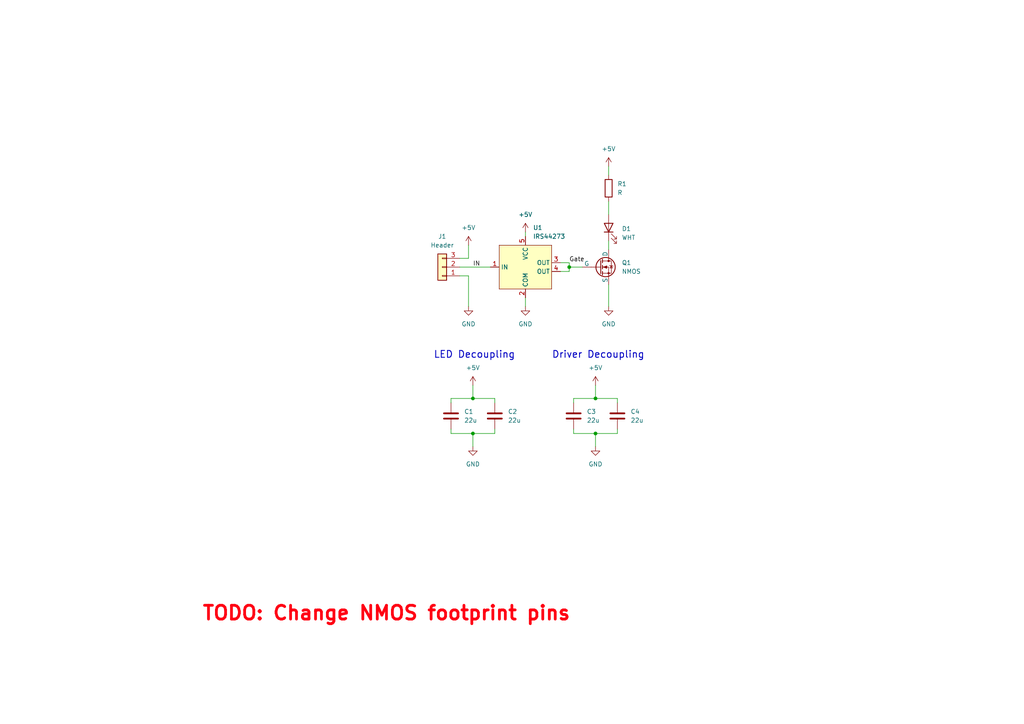
<source format=kicad_sch>
(kicad_sch (version 20230121) (generator eeschema)
  (paper "A4")
  (lib_symbols
    (symbol "Connector_Generic:Conn_01x03" (pin_names (offset 1.016) hide)
      (property "Reference" "J" (at 0 5.08 0))
      (property "Value" "Conn_01x03" (at 0 -5.08 0))
      (symbol "Conn_01x03_1_1"
        (rectangle (start -1.27 -2.413) (end 0 -2.667) (stroke (width 0.1524)))
        (rectangle (start -1.27 0.127) (end 0 -0.127) (stroke (width 0.1524)))
        (rectangle (start -1.27 2.667) (end 0 2.413) (stroke (width 0.1524)))
        (rectangle (start -1.27 3.81) (end 1.27 -3.81) (stroke (width 0.254)) (fill (type background)))
        (pin passive line (at -5.08 2.54 0) (length 3.81) (name "Pin_1") (number "1"))
        (pin passive line (at -5.08 0 0) (length 3.81) (name "Pin_2") (number "2"))
        (pin passive line (at -5.08 -2.54 0) (length 3.81) (name "Pin_3") (number "3"))
      )
    )
    (symbol "Device:C" (pin_numbers hide) (pin_names (offset 0.254))
      (property "Reference" "C" (at 0.635 2.54 0))
      (property "Value" "C" (at 0.635 -2.54 0))
      (symbol "C_0_1"
        (polyline (pts (xy -2.032 -0.762) (xy 2.032 -0.762)) (stroke (width 0.508)))
        (polyline (pts (xy -2.032 0.762) (xy 2.032 0.762)) (stroke (width 0.508)))
      )
      (symbol "C_1_1"
        (pin passive line (at 0 3.81 270) (length 2.794) (name "~") (number "1"))
        (pin passive line (at 0 -3.81 90) (length 2.794) (name "~") (number "2"))
      )
    )
    (symbol "Device:LED" (pin_numbers hide) (pin_names (offset 1.016) hide)
      (property "Reference" "D" (at 0 2.54 0))
      (property "Value" "LED" (at 0 -2.54 0))
      (symbol "LED_0_1"
        (polyline (pts (xy -1.27 -1.27) (xy -1.27 1.27)) (stroke (width 0.254)))
        (polyline (pts (xy -1.27 0) (xy 1.27 0)))
        (polyline (pts (xy 1.27 -1.27) (xy 1.27 1.27) (xy -1.27 0) (xy 1.27 -1.27)) (stroke (width 0.254)))
        (polyline (pts (xy -3.048 -0.762) (xy -4.572 -2.286) (xy -3.81 -2.286) (xy -4.572 -2.286) (xy -4.572 -1.524)))
        (polyline (pts (xy -1.778 -0.762) (xy -3.302 -2.286) (xy -2.54 -2.286) (xy -3.302 -2.286) (xy -3.302 -1.524)))
      )
      (symbol "LED_1_1"
        (pin passive line (at -3.81 0 0) (length 2.54) (name "K") (number "1"))
        (pin passive line (at 3.81 0 180) (length 2.54) (name "A") (number "2"))
      )
    )
    (symbol "Device:R" (pin_numbers hide) (pin_names (offset 0))
      (property "Reference" "R" (at 2.032 0 90))
      (property "Value" "R" (at 0 0 90))
      (symbol "R_0_1"
        (rectangle (start -1.016 -2.54) (end 1.016 2.54) (stroke (width 0.254)))
      )
      (symbol "R_1_1"
        (pin passive line (at 0 3.81 270) (length 1.27) (name "~") (number "1"))
        (pin passive line (at 0 -3.81 90) (length 1.27) (name "~") (number "2"))
      )
    )
    (symbol "Simulation_SPICE:NMOS" (pin_numbers hide) (pin_names (offset 0))
      (property "Reference" "Q" (at 5.08 1.27 0))
      (property "Value" "NMOS" (at 5.08 -1.27 0))
      (symbol "NMOS_0_1"
        (polyline (pts (xy 0.254 0) (xy -2.54 0)))
        (polyline (pts (xy 0.254 1.905) (xy 0.254 -1.905)) (stroke (width 0.254)))
        (polyline (pts (xy 0.762 -1.27) (xy 0.762 -2.286)) (stroke (width 0.254)))
        (polyline (pts (xy 0.762 0.508) (xy 0.762 -0.508)) (stroke (width 0.254)))
        (polyline (pts (xy 0.762 2.286) (xy 0.762 1.27)) (stroke (width 0.254)))
        (polyline (pts (xy 2.54 2.54) (xy 2.54 1.778)))
        (polyline (pts (xy 2.54 -2.54) (xy 2.54 0) (xy 0.762 0)))
        (polyline (pts (xy 0.762 -1.778) (xy 3.302 -1.778) (xy 3.302 1.778) (xy 0.762 1.778)))
        (polyline (pts (xy 1.016 0) (xy 2.032 0.381) (xy 2.032 -0.381) (xy 1.016 0)) (fill (type outline)))
        (polyline (pts (xy 2.794 0.508) (xy 2.921 0.381) (xy 3.683 0.381) (xy 3.81 0.254)))
        (polyline (pts (xy 3.302 0.381) (xy 2.921 -0.254) (xy 3.683 -0.254) (xy 3.302 0.381)))
        (circle (center 1.651 0) (radius 2.794) (stroke (width 0.254)))
        (circle (center 2.54 -1.778) (radius 0.254) (fill (type outline)))
        (circle (center 2.54 1.778) (radius 0.254) (fill (type outline)))
      )
      (symbol "NMOS_1_1"
        (pin passive line (at 2.54 5.08 270) (length 2.54) (name "D") (number "1"))
        (pin input line (at -5.08 0 0) (length 2.54) (name "G") (number "2"))
        (pin passive line (at 2.54 -5.08 90) (length 2.54) (name "S") (number "3"))
      )
    )
    (symbol "duckweed-light:IRS44273LTRPBF"
      (property "Reference" "U" (at 6.35 11.43 0))
      (property "Value" "IRS44273" (at 6.35 8.89 0))
      (symbol "IRS44273LTRPBF_1_1"
        (rectangle (start -7.62 6.35) (end 7.62 -6.35) (fill (type background)))
        (pin input line (at -10.16 0 0) (length 2.54) (name "IN") (number "1"))
        (pin power_in line (at 0 -8.89 90) (length 2.54) (name "COM") (number "2"))
        (pin output line (at 10.16 1.27 180) (length 2.54) (name "OUT") (number "3"))
        (pin output line (at 10.16 -1.27 180) (length 2.54) (name "OUT") (number "4"))
        (pin power_in line (at 0 8.89 270) (length 2.54) (name "VCC") (number "5"))
      )
    )
    (symbol "power:+5V" (power) (pin_names (offset 0))
      (property "Value" "+5V" (at 0 3.556 0))
      (symbol "+5V_0_1"
        (polyline (pts (xy -0.762 1.27) (xy 0 2.54)))
        (polyline (pts (xy 0 0) (xy 0 2.54)))
        (polyline (pts (xy 0 2.54) (xy 0.762 1.27)))
      )
      (symbol "+5V_1_1"
        (pin power_in line (at 0 0 90) (length 0) hide (name "+5V") (number "1"))
      )
    )
    (symbol "power:GND" (power) (pin_names (offset 0))
      (property "Value" "GND" (at 0 -3.81 0))
      (symbol "GND_0_1"
        (polyline (pts (xy 0 0) (xy 0 -1.27) (xy 1.27 -1.27) (xy 0 -2.54) (xy -1.27 -1.27) (xy 0 -1.27)))
      )
      (symbol "GND_1_1"
        (pin power_in line (at 0 0 270) (length 0) hide (name "GND") (number "1"))
      )
    )
  )
  (junction (at 172.72 125.73))
  (junction (at 137.16 115.57))
  (junction (at 137.16 125.73))
  (junction (at 172.72 115.57))
  (junction (at 165.1 77.47))
  (wire (pts (xy 172.72 125.73) (xy 172.72 129.54)))
  (wire (pts (xy 166.37 115.57) (xy 166.37 116.84)))
  (wire (pts (xy 143.51 124.46) (xy 143.51 125.73)))
  (wire (pts (xy 162.56 76.2) (xy 165.1 76.2)))
  (wire (pts (xy 130.81 115.57) (xy 137.16 115.57)))
  (wire (pts (xy 165.1 77.47) (xy 168.91 77.47)))
  (wire (pts (xy 172.72 111.76) (xy 172.72 115.57)))
  (wire (pts (xy 133.35 77.47) (xy 142.24 77.47)))
  (wire (pts (xy 176.53 69.85) (xy 176.53 72.39)))
  (wire (pts (xy 152.4 86.36) (xy 152.4 88.9)))
  (wire (pts (xy 137.16 111.76) (xy 137.16 115.57)))
  (wire (pts (xy 172.72 115.57) (xy 179.07 115.57)))
  (wire (pts (xy 135.89 71.12) (xy 135.89 74.93)))
  (wire (pts (xy 162.56 78.74) (xy 165.1 78.74)))
  (wire (pts (xy 179.07 125.73) (xy 172.72 125.73)))
  (wire (pts (xy 176.53 48.26) (xy 176.53 50.8)))
  (wire (pts (xy 135.89 80.01) (xy 135.89 88.9)))
  (wire (pts (xy 130.81 115.57) (xy 130.81 116.84)))
  (wire (pts (xy 130.81 124.46) (xy 130.81 125.73)))
  (wire (pts (xy 137.16 125.73) (xy 137.16 129.54)))
  (wire (pts (xy 166.37 125.73) (xy 172.72 125.73)))
  (wire (pts (xy 165.1 76.2) (xy 165.1 77.47)))
  (wire (pts (xy 143.51 115.57) (xy 143.51 116.84)))
  (wire (pts (xy 133.35 74.93) (xy 135.89 74.93)))
  (wire (pts (xy 130.81 125.73) (xy 137.16 125.73)))
  (wire (pts (xy 176.53 82.55) (xy 176.53 88.9)))
  (wire (pts (xy 179.07 115.57) (xy 179.07 116.84)))
  (wire (pts (xy 135.89 80.01) (xy 133.35 80.01)))
  (wire (pts (xy 137.16 115.57) (xy 143.51 115.57)))
  (wire (pts (xy 166.37 115.57) (xy 172.72 115.57)))
  (wire (pts (xy 152.4 67.31) (xy 152.4 68.58)))
  (wire (pts (xy 179.07 124.46) (xy 179.07 125.73)))
  (wire (pts (xy 165.1 78.74) (xy 165.1 77.47)))
  (wire (pts (xy 143.51 125.73) (xy 137.16 125.73)))
  (wire (pts (xy 166.37 124.46) (xy 166.37 125.73)))
  (wire (pts (xy 176.53 58.42) (xy 176.53 62.23)))
  (text "Driver Decoupling" (at 160.02 104.14 0) (effects (font (size 2 2) (thickness 0.254) bold) (justify left bottom)))
  (text "LED Decoupling" (at 125.73 104.14 0) (effects (font (size 2 2) (thickness 0.254) bold) (justify left bottom)))
  (text "TODO: Change NMOS footprint pins" (at 58.42 180.34 0) (effects (font (size 4 4) (thickness 0.8) bold) (justify left bottom)))
  (label "IN" (at 137.16 77.47 0))
  (label "Gate" (at 165.1 76.2 0))
  (symbol (lib_id "Device:C") (at 143.51 120.65 0) (unit 1)
    (property "Reference" "C2" (at 147.32 119.38 0) (effects (justify left)))
    (property "Value" "22u" (at 147.32 121.92 0) (effects (justify left)))
    (property "Footprint" "Capacitor_SMD:C_0805_2012Metric_Pad1.18x1.45mm_HandSolder" (effects hide))
  )
  (symbol (lib_id "duckweed-light:IRS44273LTRPBF") (at 152.4 77.47 0) (unit 1)
    (property "Reference" "U1" (at 154.5941 66.04 0) (effects (justify left)))
    (property "Value" "IRS44273" (at 154.5941 68.58 0) (effects (justify left)))
    (property "Footprint" "Package_TO_SOT_SMD:SOT-23-5_HandSoldering" (effects hide))
  )
  (symbol (lib_id "power:+5V") (at 152.4 67.31 0) (unit 1)
    (property "Reference" "#PWR06" (effects hide))
    (property "Value" "+5V" (at 152.4 62.23 0))
  )
  (symbol (lib_id "power:GND") (at 176.53 88.9 0) (unit 1)
    (property "Reference" "#PWR02" (effects hide))
    (property "Value" "GND" (at 176.53 93.98 0))
  )
  (symbol (lib_id "Simulation_SPICE:NMOS") (at 173.99 77.47 0) (unit 1)
    (property "Reference" "Q1" (at 180.34 76.2 0) (effects (justify left)))
    (property "Value" "NMOS" (at 180.34 78.74 0) (effects (justify left)))
    (property "Footprint" "Package_TO_SOT_SMD:SOT-23" (effects hide))
    (property "Datasheet" "https://ngspice.sourceforge.io/docs/ngspice-manual.pdf" (effects hide))
    (property "Sim.Device" "NMOS" (effects hide))
    (property "Sim.Type" "VDMOS" (effects hide))
    (property "Sim.Pins" "1=D 2=G 3=S" (effects hide))
  )
  (symbol (lib_id "Device:C") (at 166.37 120.65 0) (unit 1)
    (property "Reference" "C3" (at 170.18 119.38 0) (effects (justify left)))
    (property "Value" "22u" (at 170.18 121.92 0) (effects (justify left)))
    (property "Footprint" "Capacitor_SMD:C_0805_2012Metric_Pad1.18x1.45mm_HandSolder" (effects hide))
  )
  (symbol (lib_id "power:+5V") (at 176.53 48.26 0) (unit 1)
    (property "Reference" "#PWR01" (effects hide))
    (property "Value" "+5V" (at 176.53 43.18 0))
  )
  (symbol (lib_id "Device:C") (at 179.07 120.65 0) (unit 1)
    (property "Reference" "C4" (at 182.88 119.38 0) (effects (justify left)))
    (property "Value" "22u" (at 182.88 121.92 0) (effects (justify left)))
    (property "Footprint" "Capacitor_SMD:C_0805_2012Metric_Pad1.18x1.45mm_HandSolder" (effects hide))
  )
  (symbol (lib_id "Device:R") (at 176.53 54.61 0) (unit 1)
    (property "Reference" "R1" (at 179.07 53.34 0) (effects (justify left)))
    (property "Value" "R" (at 179.07 55.88 0) (effects (justify left)))
    (property "Footprint" "Resistor_SMD:R_2010_5025Metric_Pad1.40x2.65mm_HandSolder" (effects hide))
  )
  (symbol (lib_id "power:+5V") (at 172.72 111.76 0) (unit 1)
    (property "Reference" "#PWR010" (effects hide))
    (property "Value" "+5V" (at 172.72 106.68 0))
  )
  (symbol (lib_id "power:+5V") (at 137.16 111.76 0) (unit 1)
    (property "Reference" "#PWR09" (effects hide))
    (property "Value" "+5V" (at 137.16 106.68 0))
  )
  (symbol (lib_id "power:GND") (at 172.72 129.54 0) (unit 1)
    (property "Reference" "#PWR08" (effects hide))
    (property "Value" "GND" (at 172.72 134.62 0))
  )
  (symbol (lib_id "Connector_Generic:Conn_01x03") (at 128.27 77.47 180) (unit 1)
    (property "Reference" "J1" (at 128.27 68.58 0))
    (property "Value" "Header" (at 128.27 71.12 0))
    (property "Footprint" "Connector_PinHeader_2.54mm:PinHeader_1x03_P2.54mm_Vertical" (effects hide))
  )
  (symbol (lib_id "power:GND") (at 152.4 88.9 0) (unit 1)
    (property "Reference" "#PWR07" (effects hide))
    (property "Value" "GND" (at 152.4 93.98 0))
  )
  (symbol (lib_id "power:GND") (at 137.16 129.54 0) (unit 1)
    (property "Reference" "#PWR03" (effects hide))
    (property "Value" "GND" (at 137.16 134.62 0))
  )
  (symbol (lib_id "power:+5V") (at 135.89 71.12 0) (unit 1)
    (property "Reference" "#PWR05" (effects hide))
    (property "Value" "+5V" (at 135.89 66.04 0))
  )
  (symbol (lib_id "Device:LED") (at 176.53 66.04 90) (unit 1)
    (property "Reference" "D1" (at 180.34 66.3575 90) (effects (justify right)))
    (property "Value" "WHT" (at 180.34 68.8975 90) (effects (justify right)))
  )
  (symbol (lib_id "Device:C") (at 130.81 120.65 0) (unit 1)
    (property "Reference" "C1" (at 134.62 119.38 0) (effects (justify left)))
    (property "Value" "22u" (at 134.62 121.92 0) (effects (justify left)))
    (property "Footprint" "Capacitor_SMD:C_0805_2012Metric_Pad1.18x1.45mm_HandSolder" (effects hide))
  )
  (symbol (lib_id "power:GND") (at 135.89 88.9 0) (unit 1)
    (property "Reference" "#PWR04" (effects hide))
    (property "Value" "GND" (at 135.89 93.98 0))
  )
)
</source>
